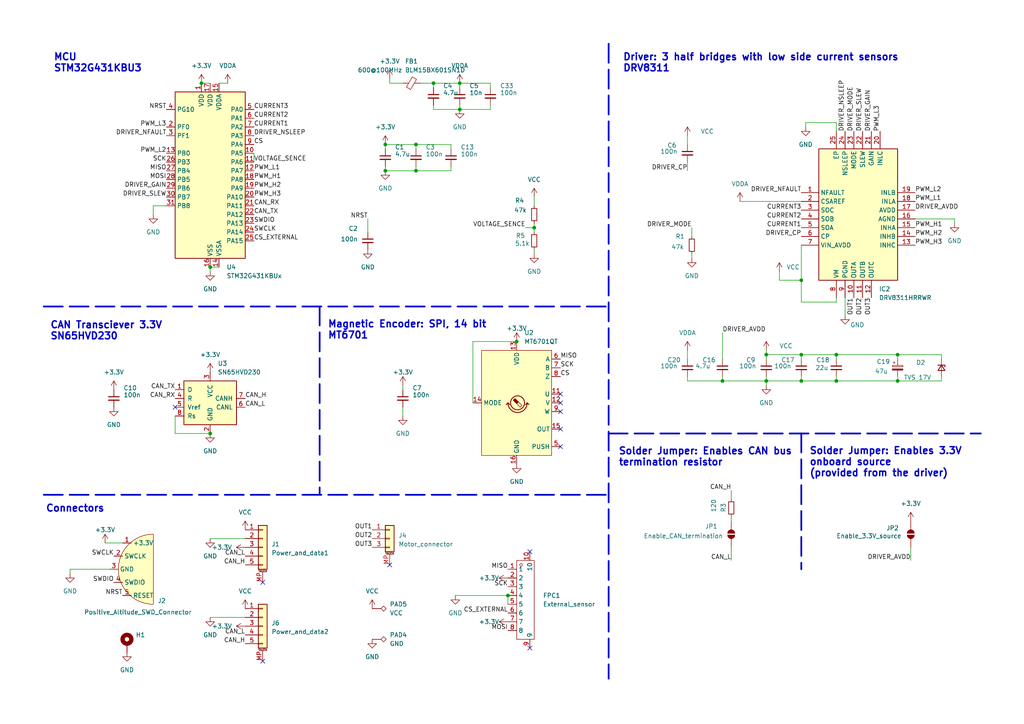
<source format=kicad_sch>
(kicad_sch (version 20231120) (generator "eeschema") (generator_version "8.0")
  (paper "A4")
  (lib_symbols
    (symbol "Connector:TestPoint_Alt" (pin_numbers hide) (pin_names (offset 0.762) hide)
      (property "Reference" "TP" (at 0 6.858 0))
      (property "Value" "TestPoint_Alt" (at 0 5.08 0))
      (symbol "TestPoint_Alt_1_1"
        (pin passive line (at 0 0 90) (length 2.54) (name "1") (number "1"))
      )
    )
    (symbol "Connector_Generic_MountingPin:Conn_01x03_MountingPin" (pin_names (offset 1.016) hide)
      (property "Reference" "J" (at 0 5.08 0))
      (property "Value" "Conn_01x03_MountingPin" (at 1.27 -5.08 0))
      (symbol "Conn_01x03_MountingPin_1_1"
        (text "Mounting" (at 0 -4.191 0) (effects (font (size 0.381 0.381))))
        (pin passive line (at -5.08 2.54 0) (length 3.81) (name "Pin_1") (number "1"))
        (pin passive line (at -5.08 0 0) (length 3.81) (name "Pin_2") (number "2"))
        (pin passive line (at -5.08 -2.54 0) (length 3.81) (name "Pin_3") (number "3"))
        (pin passive line (at 0 -7.62 90) (length 3.048) (name "MountPin") (number "MP"))
      )
    )
    (symbol "Connector_Generic_MountingPin:Conn_01x05_MountingPin" (pin_names (offset 1.016) hide)
      (property "Reference" "J" (at 0 7.62 0))
      (property "Value" "Conn_01x05_MountingPin" (at 1.27 -7.62 0))
      (symbol "Conn_01x05_MountingPin_1_1"
        (text "Mounting" (at 0 -6.731 0) (effects (font (size 0.381 0.381))))
        (pin passive line (at -5.08 5.08 0) (length 3.81) (name "Pin_1") (number "1"))
        (pin passive line (at -5.08 2.54 0) (length 3.81) (name "Pin_2") (number "2"))
        (pin passive line (at -5.08 0 0) (length 3.81) (name "Pin_3") (number "3"))
        (pin passive line (at -5.08 -2.54 0) (length 3.81) (name "Pin_4") (number "4"))
        (pin passive line (at -5.08 -5.08 0) (length 3.81) (name "Pin_5") (number "5"))
        (pin passive line (at 0 -10.16 90) (length 3.048) (name "MountPin") (number "MP"))
      )
    )
    (symbol "DRV8311HRRWR:DRV8311HRRWR"
      (property "Reference" "IC" (at 29.21 17.78 0))
      (property "Value" "DRV8311HRRWR" (at 29.21 15.24 0))
      (symbol "DRV8311HRRWR_1_1"
        (pin passive line (at 0 0 0) (length 5.08) (name "NFAULT") (number "1"))
        (pin passive line (at 15.24 -30.48 90) (length 5.08) (name "OUTA") (number "10"))
        (pin passive line (at 17.78 -30.48 90) (length 5.08) (name "OUTB") (number "11"))
        (pin passive line (at 20.32 -30.48 90) (length 5.08) (name "OUTC") (number "12"))
        (pin passive line (at 33.02 -15.24 180) (length 5.08) (name "INHC") (number "13"))
        (pin passive line (at 33.02 -12.7 180) (length 5.08) (name "INHB") (number "14"))
        (pin passive line (at 33.02 -10.16 180) (length 5.08) (name "INHA") (number "15"))
        (pin passive line (at 33.02 -7.62 180) (length 5.08) (name "AGND") (number "16"))
        (pin passive line (at 33.02 -5.08 180) (length 5.08) (name "AVDD") (number "17"))
        (pin passive line (at 33.02 -2.54 180) (length 5.08) (name "INLA") (number "18"))
        (pin passive line (at 33.02 0 180) (length 5.08) (name "INLB") (number "19"))
        (pin passive line (at 0 -2.54 0) (length 5.08) (name "CSAREF") (number "2"))
        (pin passive line (at 22.86 17.78 270) (length 5.08) (name "INLC") (number "20"))
        (pin passive line (at 20.32 17.78 270) (length 5.08) (name "GAIN") (number "21"))
        (pin passive line (at 17.78 17.78 270) (length 5.08) (name "SLEW") (number "22"))
        (pin passive line (at 15.24 17.78 270) (length 5.08) (name "MODE") (number "23"))
        (pin passive line (at 12.7 17.78 270) (length 5.08) (name "NSLEEP") (number "24"))
        (pin passive line (at 10.16 17.78 270) (length 5.08) (name "EP") (number "25"))
        (pin passive line (at 0 -5.08 0) (length 5.08) (name "SOC") (number "3"))
        (pin passive line (at 0 -7.62 0) (length 5.08) (name "SOB") (number "4"))
        (pin passive line (at 0 -10.16 0) (length 5.08) (name "SOA") (number "5"))
        (pin passive line (at 0 -12.7 0) (length 5.08) (name "CP") (number "6"))
        (pin passive line (at 0 -15.24 0) (length 5.08) (name "VIN_AVDD") (number "7"))
        (pin passive line (at 10.16 -30.48 90) (length 5.08) (name "VM") (number "8"))
        (pin passive line (at 12.7 -30.48 90) (length 5.08) (name "PGND") (number "9"))
      )
    )
    (symbol "Device:C_Polarized_Small" (pin_numbers hide) (pin_names (offset 0.254) hide)
      (property "Reference" "C" (at 0.254 1.778 0))
      (property "Value" "C_Polarized_Small" (at 0.254 -2.032 0))
      (symbol "C_Polarized_Small_1_1"
        (pin passive line (at 0 2.54 270) (length 1.8542) (name "~") (number "1"))
        (pin passive line (at 0 -2.54 90) (length 1.8542) (name "~") (number "2"))
      )
    )
    (symbol "Device:C_Small" (pin_numbers hide) (pin_names (offset 0.254) hide)
      (property "Reference" "C" (at 0.254 1.778 0))
      (property "Value" "C_Small" (at 0.254 -2.032 0))
      (symbol "C_Small_1_1"
        (pin passive line (at 0 2.54 270) (length 2.032) (name "~") (number "1"))
        (pin passive line (at 0 -2.54 90) (length 2.032) (name "~") (number "2"))
      )
    )
    (symbol "Device:D_Zener_Small" (pin_numbers hide) (pin_names (offset 0.254) hide)
      (property "Reference" "D" (at 0 2.286 0))
      (property "Value" "D_Zener_Small" (at 0 -2.286 0))
      (symbol "D_Zener_Small_1_1"
        (pin passive line (at -2.54 0 0) (length 1.778) (name "K") (number "1"))
        (pin passive line (at 2.54 0 180) (length 1.778) (name "A") (number "2"))
      )
    )
    (symbol "Device:FerriteBead_Small" (pin_numbers hide) (pin_names (offset 0))
      (property "Reference" "FB" (at 1.905 1.27 0))
      (property "Value" "FerriteBead_Small" (at 1.905 -1.27 0))
      (symbol "FerriteBead_Small_1_1"
        (pin passive line (at 0 2.54 270) (length 1.27) (name "~") (number "1"))
        (pin passive line (at 0 -2.54 90) (length 1.27) (name "~") (number "2"))
      )
    )
    (symbol "Device:R_Small" (pin_numbers hide) (pin_names (offset 0.254) hide)
      (property "Reference" "R" (at 0.762 0.508 0))
      (property "Value" "R_Small" (at 0.762 -1.016 0))
      (symbol "R_Small_1_1"
        (pin passive line (at 0 2.54 270) (length 0.762) (name "~") (number "1"))
        (pin passive line (at 0 -2.54 90) (length 0.762) (name "~") (number "2"))
      )
    )
    (symbol "HCTL HC-FPC-05-09-8RLTAG:HC-FPC-05-09-8RLTAG"
      (property "Reference" "FPC" (at 0 0 0))
      (symbol "HC-FPC-05-09-8RLTAG_1_0"
        (pin unspecified line (at -5.08 8.89 0) (length 2.54) (name "1") (number "1"))
        (pin unspecified line (at 1.27 13.97 270) (length 2.54) (name "10") (number "10"))
        (pin unspecified line (at -5.08 6.35 0) (length 2.54) (name "2") (number "2"))
        (pin unspecified line (at -5.08 3.81 0) (length 2.54) (name "3") (number "3"))
        (pin unspecified line (at -5.08 1.27 0) (length 2.54) (name "4") (number "4"))
        (pin unspecified line (at -5.08 -1.27 0) (length 2.54) (name "5") (number "5"))
        (pin unspecified line (at -5.08 -3.81 0) (length 2.54) (name "6") (number "6"))
        (pin unspecified line (at -5.08 -6.35 0) (length 2.54) (name "7") (number "7"))
        (pin unspecified line (at -5.08 -8.89 0) (length 2.54) (name "8") (number "8"))
        (pin unspecified line (at 1.27 -13.97 90) (length 2.54) (name "9") (number "9"))
      )
    )
    (symbol "Interface_CAN_LIN:SN65HVD230" (pin_names (offset 1.016))
      (property "Reference" "U" (at -2.54 10.16 0))
      (property "Value" "SN65HVD230" (at -2.54 7.62 0))
      (symbol "SN65HVD230_1_1"
        (pin input line (at -10.16 2.54 0) (length 2.54) (name "D") (number "1"))
        (pin power_in line (at 0 -10.16 90) (length 2.54) (name "GND") (number "2"))
        (pin power_in line (at 0 7.62 270) (length 2.54) (name "VCC") (number "3"))
        (pin output line (at -10.16 0 0) (length 2.54) (name "R") (number "4"))
        (pin output line (at -10.16 -2.54 0) (length 2.54) (name "Vref") (number "5"))
        (pin bidirectional line (at 10.16 -2.54 180) (length 2.54) (name "CANL") (number "6"))
        (pin bidirectional line (at 10.16 0 180) (length 2.54) (name "CANH") (number "7"))
        (pin input line (at -10.16 -5.08 0) (length 2.54) (name "Rs") (number "8"))
      )
    )
    (symbol "Jumper:SolderJumper_2_Open" (pin_numbers hide) (pin_names (offset 0) hide) (exclude_from_sim yes) (in_bom no)
      (property "Reference" "JP" (at 0 2.032 0))
      (property "Value" "SolderJumper_2_Open" (at 0 -2.54 0))
      (symbol "SolderJumper_2_Open_1_1"
        (pin passive line (at -3.81 0 0) (length 2.54) (name "A") (number "1"))
        (pin passive line (at 3.81 0 180) (length 2.54) (name "B") (number "2"))
      )
    )
    (symbol "MCU_ST_STM32G4:STM32G431KBUx"
      (property "Reference" "U" (at -10.16 26.67 0))
      (property "Value" "STM32G431KBUx" (at 5.08 26.67 0))
      (symbol "STM32G431KBUx_1_1"
        (pin power_in line (at -2.54 27.94 270) (length 2.54) (name "VDD") (number "1"))
        (pin bidirectional line (at 12.7 7.62 180) (length 2.54) (name "PA5") (number "10"))
        (pin bidirectional line (at 12.7 5.08 180) (length 2.54) (name "PA6") (number "11"))
        (pin bidirectional line (at 12.7 2.54 180) (length 2.54) (name "PA7") (number "12"))
        (pin bidirectional line (at -12.7 7.62 0) (length 2.54) (name "PB0") (number "13"))
        (pin power_in line (at 2.54 -25.4 90) (length 2.54) (name "VSSA") (number "14"))
        (pin power_in line (at 2.54 27.94 270) (length 2.54) (name "VDDA") (number "15"))
        (pin power_in line (at 0 -25.4 90) (length 2.54) (name "VSS") (number "16"))
        (pin power_in line (at 0 27.94 270) (length 2.54) (name "VDD") (number "17"))
        (pin bidirectional line (at 12.7 0 180) (length 2.54) (name "PA8") (number "18"))
        (pin bidirectional line (at 12.7 -2.54 180) (length 2.54) (name "PA9") (number "19"))
        (pin bidirectional line (at -12.7 15.24 0) (length 2.54) (name "PF0") (number "2"))
        (pin bidirectional line (at 12.7 -5.08 180) (length 2.54) (name "PA10") (number "20"))
        (pin bidirectional line (at 12.7 -7.62 180) (length 2.54) (name "PA11") (number "21"))
        (pin bidirectional line (at 12.7 -10.16 180) (length 2.54) (name "PA12") (number "22"))
        (pin bidirectional line (at 12.7 -12.7 180) (length 2.54) (name "PA13") (number "23"))
        (pin bidirectional line (at 12.7 -15.24 180) (length 2.54) (name "PA14") (number "24"))
        (pin bidirectional line (at 12.7 -17.78 180) (length 2.54) (name "PA15") (number "25"))
        (pin bidirectional line (at -12.7 5.08 0) (length 2.54) (name "PB3") (number "26"))
        (pin bidirectional line (at -12.7 2.54 0) (length 2.54) (name "PB4") (number "27"))
        (pin bidirectional line (at -12.7 0 0) (length 2.54) (name "PB5") (number "28"))
        (pin bidirectional line (at -12.7 -2.54 0) (length 2.54) (name "PB6") (number "29"))
        (pin bidirectional line (at -12.7 12.7 0) (length 2.54) (name "PF1") (number "3"))
        (pin bidirectional line (at -12.7 -5.08 0) (length 2.54) (name "PB7") (number "30"))
        (pin bidirectional line (at -12.7 -7.62 0) (length 2.54) (name "PB8") (number "31"))
        (pin passive line (at 0 -25.4 90) (length 2.54) hide (name "VSS") (number "32"))
        (pin passive line (at 0 -25.4 90) (length 2.54) hide (name "VSS") (number "33"))
        (pin bidirectional line (at -12.7 20.32 0) (length 2.54) (name "PG10") (number "4"))
        (pin bidirectional line (at 12.7 20.32 180) (length 2.54) (name "PA0") (number "5"))
        (pin bidirectional line (at 12.7 17.78 180) (length 2.54) (name "PA1") (number "6"))
        (pin bidirectional line (at 12.7 15.24 180) (length 2.54) (name "PA2") (number "7"))
        (pin bidirectional line (at 12.7 12.7 180) (length 2.54) (name "PA3") (number "8"))
        (pin bidirectional line (at 12.7 10.16 180) (length 2.54) (name "PA4") (number "9"))
      )
    )
    (symbol "Mechanical:MountingHole_Pad" (pin_numbers hide) (pin_names (offset 1.016) hide) (exclude_from_sim yes) (in_bom no)
      (property "Reference" "H" (at 0 6.35 0))
      (property "Value" "MountingHole_Pad" (at 0 4.445 0))
      (symbol "MountingHole_Pad_1_1"
        (pin input line (at 0 -2.54 90) (length 2.54) (name "1") (number "1"))
      )
    )
    (symbol "Sensor_Magnetic:MT6701QT"
      (property "Reference" "U" (at -9.6632 16.4397 0))
      (property "Value" "MT6701QT" (at 5.5155 16.4397 0))
      (symbol "MT6701QT_1_1"
        (pin no_connect line (at -10.16 12.7 0) (length 2.54) hide (name "NC") (number "1"))
        (pin no_connect line (at -10.16 2.54 0) (length 2.54) hide (name "NC") (number "10"))
        (pin output line (at 12.7 2.54 180) (length 2.54) (name "U") (number "11"))
        (pin output line (at 12.7 0 180) (length 2.54) (name "V") (number "12"))
        (pin power_in line (at 0 17.78 270) (length 2.54) (name "VDD") (number "13"))
        (pin input line (at -12.7 0 0) (length 2.54) (name "MODE") (number "14"))
        (pin output line (at 12.7 -7.62 180) (length 2.54) (name "OUT") (number "15"))
        (pin power_in line (at 0 -17.78 90) (length 2.54) (name "GND") (number "16"))
        (pin passive line (at 0 -17.78 90) (length 2.54) hide (name "GND") (number "17"))
        (pin no_connect line (at -10.16 10.16 0) (length 2.54) hide (name "NC") (number "2"))
        (pin no_connect line (at -10.16 7.62 0) (length 2.54) hide (name "NC") (number "3"))
        (pin no_connect line (at -10.16 5.08 0) (length 2.54) hide (name "NC") (number "4"))
        (pin output line (at 12.7 -12.7 180) (length 2.54) (name "PUSH") (number "5"))
        (pin output line (at 12.7 12.7 180) (length 2.54) (name "A") (number "6"))
        (pin output line (at 12.7 10.16 180) (length 2.54) (name "B") (number "7"))
        (pin output line (at 12.7 7.62 180) (length 2.54) (name "Z") (number "8"))
        (pin output line (at 12.7 -2.54 180) (length 2.54) (name "W") (number "9"))
      )
    )
    (symbol "positive_altitude:Positive_Altitude_SWD_Connector"
      (property "Reference" "J" (at -2.794 11.684 0))
      (property "Value" "Positive_Altitude_SWD_Connector" (at -4.191 -11.557 0))
      (symbol "Positive_Altitude_SWD_Connector_1_1"
        (pin power_out line (at -8.89 7.62 0) (length 2.54) (name "+3.3V") (number "1"))
        (pin output line (at -11.43 3.81 0) (length 2.54) (name "SWCLK") (number "2"))
        (pin power_in line (at -12.7 0 0) (length 2.54) (name "GND") (number "3"))
        (pin bidirectional line (at -11.43 -3.81 0) (length 2.54) (name "SWDIO") (number "4"))
        (pin output line (at -8.89 -7.62 0) (length 2.54) (name "RESET") (number "5"))
      )
    )
    (symbol "power:+3.3V" (power) (pin_names (offset 0))
      (property "Value" "+3.3V" (at 0 3.556 0))
      (symbol "+3.3V_1_1"
        (pin power_in line (at 0 0 90) (length 0) hide (name "+3.3V") (number "1"))
      )
    )
    (symbol "power:GND" (power) (pin_names (offset 0))
      (property "Value" "GND" (at 0 -3.81 0))
      (symbol "GND_1_1"
        (pin power_in line (at 0 0 270) (length 0) hide (name "GND") (number "1"))
      )
    )
    (symbol "power:VCC" (power) (pin_names (offset 0))
      (property "Value" "VCC" (at 0 3.81 0))
      (symbol "VCC_1_1"
        (pin power_in line (at 0 0 90) (length 0) hide (name "VCC") (number "1"))
      )
    )
    (symbol "power:VDDA" (power) (pin_names (offset 0))
      (property "Value" "VDDA" (at 0 3.81 0))
      (symbol "VDDA_1_1"
        (pin power_in line (at 0 0 90) (length 0) hide (name "VDDA") (number "1"))
      )
    )
  )
  (junction (at 111.76 41.91))
  (junction (at 133.35 24.13))
  (junction (at 222.25 110.49))
  (junction (at 58.42 24.13))
  (junction (at 232.41 110.49))
  (junction (at 60.96 77.47))
  (junction (at 111.76 49.53))
  (junction (at 260.35 102.87))
  (junction (at 222.25 102.87))
  (junction (at 260.35 110.49))
  (junction (at 147.32 172.72))
  (junction (at 133.35 31.75))
  (junction (at 242.57 110.49))
  (junction (at 232.41 81.28))
  (junction (at 242.57 102.87))
  (junction (at 120.65 49.53))
  (junction (at 209.55 110.49))
  (junction (at 232.41 102.87))
  (junction (at 149.86 99.06))
  (junction (at 60.96 125.73))
  (junction (at 120.65 41.91))
  (junction (at 125.73 24.13))
  (junction (at 154.94 66.04))
  (no_connect (at 162.56 114.3))
  (no_connect (at 113.03 163.83))
  (no_connect (at 76.2 168.91))
  (no_connect (at 162.56 129.54))
  (no_connect (at 162.56 116.84))
  (no_connect (at 153.67 187.96))
  (no_connect (at 162.56 124.46))
  (no_connect (at 50.8 118.11))
  (no_connect (at 162.56 119.38))
  (no_connect (at 76.2 191.77))
  (no_connect (at 153.67 160.02))
  (wire (pts (xy 154.94 66.04) (xy 154.94 67.31)))
  (wire (pts (xy 260.35 110.49) (xy 273.05 110.49)))
  (wire (pts (xy 212.09 149.86) (xy 212.09 151.13)))
  (wire (pts (xy 232.41 81.28) (xy 232.41 87.63)))
  (wire (pts (xy 125.73 24.13) (xy 125.73 25.4)))
  (wire (pts (xy 232.41 109.22) (xy 232.41 110.49)))
  (wire (pts (xy 133.35 31.75) (xy 142.24 31.75)))
  (wire (pts (xy 130.81 41.91) (xy 130.81 43.18)))
  (wire (pts (xy 226.06 81.28) (xy 232.41 81.28)))
  (wire (pts (xy 260.35 102.87) (xy 273.05 102.87)))
  (wire (pts (xy 222.25 110.49) (xy 222.25 111.76)))
  (wire (pts (xy 73.66 44.45) (xy 73.66 46.99)))
  (wire (pts (xy 142.24 31.75) (xy 142.24 30.48)))
  (wire (pts (xy 242.57 35.56) (xy 242.57 38.1)))
  (wire (pts (xy 232.41 71.12) (xy 232.41 81.28)))
  (wire (pts (xy 113.03 24.13) (xy 116.84 24.13)))
  (wire (pts (xy 242.57 109.22) (xy 242.57 110.49)))
  (wire (pts (xy 133.35 24.13) (xy 133.35 25.4)))
  (wire (pts (xy 60.96 77.47) (xy 60.96 78.74)))
  (wire (pts (xy 133.35 30.48) (xy 133.35 31.75)))
  (wire (pts (xy 125.73 30.48) (xy 125.73 31.75)))
  (wire (pts (xy 242.57 110.49) (xy 260.35 110.49)))
  (wire (pts (xy 242.57 102.87) (xy 260.35 102.87)))
  (wire (pts (xy 273.05 109.22) (xy 273.05 110.49)))
  (wire (pts (xy 149.86 99.06) (xy 137.16 99.06)))
  (wire (pts (xy 260.35 102.87) (xy 260.35 104.14)))
  (wire (pts (xy 60.96 156.21) (xy 71.12 156.21)))
  (wire (pts (xy 120.65 41.91) (xy 120.65 43.18)))
  (wire (pts (xy 133.35 24.13) (xy 125.73 24.13)))
  (wire (pts (xy 232.41 102.87) (xy 242.57 102.87)))
  (wire (pts (xy 209.55 110.49) (xy 222.25 110.49)))
  (wire (pts (xy 200.66 73.66) (xy 200.66 74.93)))
  (wire (pts (xy 111.76 49.53) (xy 120.65 49.53)))
  (wire (pts (xy 199.39 46.99) (xy 199.39 49.53)))
  (wire (pts (xy 132.08 172.72) (xy 147.32 172.72)))
  (wire (pts (xy 199.39 109.22) (xy 199.39 110.49)))
  (wire (pts (xy 137.16 99.06) (xy 137.16 116.84)))
  (polyline (pts (xy 176.53 125.73) (xy 284.48 125.73)) (stroke (width 0.5) (type dash)))
  (wire (pts (xy 111.76 41.91) (xy 120.65 41.91)))
  (wire (pts (xy 265.43 63.5) (xy 276.86 63.5)))
  (wire (pts (xy 20.32 165.1) (xy 31.75 165.1)))
  (wire (pts (xy 142.24 24.13) (xy 142.24 25.4)))
  (wire (pts (xy 212.09 158.75) (xy 212.09 162.56)))
  (wire (pts (xy 154.94 64.77) (xy 154.94 66.04)))
  (polyline (pts (xy 176.53 12.7) (xy 176.53 196.85)) (stroke (width 0.5) (type dash)))
  (wire (pts (xy 232.41 110.49) (xy 242.57 110.49)))
  (wire (pts (xy 264.16 158.75) (xy 264.16 162.56)))
  (wire (pts (xy 233.68 35.56) (xy 242.57 35.56)))
  (wire (pts (xy 260.35 109.22) (xy 260.35 110.49)))
  (wire (pts (xy 111.76 48.26) (xy 111.76 49.53)))
  (wire (pts (xy 199.39 39.37) (xy 199.39 41.91)))
  (wire (pts (xy 44.45 59.69) (xy 44.45 62.23)))
  (wire (pts (xy 222.25 109.22) (xy 222.25 110.49)))
  (wire (pts (xy 152.4 66.04) (xy 154.94 66.04)))
  (wire (pts (xy 199.39 110.49) (xy 209.55 110.49)))
  (polyline (pts (xy 12.7 143.51) (xy 176.53 143.51)) (stroke (width 0.5) (type dash)))
  (wire (pts (xy 232.41 102.87) (xy 232.41 104.14)))
  (wire (pts (xy 20.32 165.1) (xy 20.32 166.37)))
  (wire (pts (xy 120.65 41.91) (xy 130.81 41.91)))
  (wire (pts (xy 60.96 125.73) (xy 50.8 125.73)))
  (wire (pts (xy 242.57 102.87) (xy 242.57 104.14)))
  (polyline (pts (xy 92.71 88.9) (xy 92.71 143.51)) (stroke (width 0.5) (type dash)))
  (wire (pts (xy 111.76 41.91) (xy 111.76 43.18)))
  (wire (pts (xy 200.66 66.04) (xy 200.66 68.58)))
  (polyline (pts (xy 12.7 88.9) (xy 176.53 88.9)) (stroke (width 0.5) (type dash)))
  (wire (pts (xy 222.25 101.6) (xy 222.25 102.87)))
  (wire (pts (xy 58.42 24.13) (xy 60.96 24.13)))
  (wire (pts (xy 133.35 31.75) (xy 125.73 31.75)))
  (wire (pts (xy 273.05 102.87) (xy 273.05 104.14)))
  (wire (pts (xy 209.55 109.22) (xy 209.55 110.49)))
  (wire (pts (xy 133.35 24.13) (xy 142.24 24.13)))
  (wire (pts (xy 116.84 111.76) (xy 116.84 113.03)))
  (polyline (pts (xy 232.41 125.73) (xy 232.41 165.1)) (stroke (width 0.5) (type dash)))
  (wire (pts (xy 212.09 142.24) (xy 212.09 144.78)))
  (wire (pts (xy 147.32 172.72) (xy 147.32 175.26)))
  (wire (pts (xy 214.63 58.42) (xy 232.41 58.42)))
  (wire (pts (xy 209.55 96.52) (xy 209.55 104.14)))
  (wire (pts (xy 116.84 118.11) (xy 116.84 120.65)))
  (wire (pts (xy 60.96 179.07) (xy 71.12 179.07)))
  (wire (pts (xy 130.81 48.26) (xy 130.81 49.53)))
  (wire (pts (xy 226.06 78.74) (xy 226.06 81.28)))
  (wire (pts (xy 222.25 110.49) (xy 232.41 110.49)))
  (wire (pts (xy 154.94 57.15) (xy 154.94 59.69)))
  (wire (pts (xy 242.57 87.63) (xy 232.41 87.63)))
  (wire (pts (xy 233.68 36.83) (xy 233.68 35.56)))
  (wire (pts (xy 30.48 157.48) (xy 35.56 157.48)))
  (wire (pts (xy 120.65 48.26) (xy 120.65 49.53)))
  (wire (pts (xy 276.86 63.5) (xy 276.86 64.77)))
  (wire (pts (xy 245.11 86.36) (xy 245.11 91.44)))
  (wire (pts (xy 121.92 24.13) (xy 125.73 24.13)))
  (wire (pts (xy 120.65 49.53) (xy 130.81 49.53)))
  (wire (pts (xy 48.26 59.69) (xy 44.45 59.69)))
  (wire (pts (xy 222.25 102.87) (xy 232.41 102.87)))
  (wire (pts (xy 222.25 102.87) (xy 222.25 104.14)))
  (wire (pts (xy 60.96 77.47) (xy 63.5 77.47)))
  (wire (pts (xy 242.57 86.36) (xy 242.57 87.63)))
  (wire (pts (xy 50.8 125.73) (xy 50.8 120.65)))
  (wire (pts (xy 113.03 22.86) (xy 113.03 24.13)))
  (wire (pts (xy 199.39 101.6) (xy 199.39 104.14)))
  (wire (pts (xy 63.5 24.13) (xy 66.04 24.13)))
  (wire (pts (xy 154.94 72.39) (xy 154.94 73.66)))
  (wire (pts (xy 106.68 63.5) (xy 106.68 67.31)))
  (text "MCU\nSTM32G431KBU3" (at 15.494 18.288 0) (effects (font (size 2 2) (thickness 0.4) (bold yes)) (justify left)))
  (text "Solder Jumper: Enables 3.3V\nonboard source \n(provided from the driver)" (at 234.696 134.112 0) (effects (font (size 2 2) (thickness 0.4) (bold yes)) (justify left)))
  (text "Driver: 3 half bridges with low side current sensors\nDRV8311" (at 180.594 18.288 0) (effects (font (size 2 2) (thickness 0.4) (bold yes)) (justify left)))
  (text "Magnetic Encoder: SPI, 14 bit\nMT6701" (at 94.996 95.758 0) (effects (font (size 2 2) (thickness 0.4) (bold yes)) (justify left)))
  (text "CAN Transciever 3.3V\nSN65HVD230" (at 14.478 96.012 0) (effects (font (size 2 2) (thickness 0.4) (bold yes)) (justify left)))
  (text "Solder Jumper: Enables CAN bus \ntermination resistor" (at 179.324 132.588 0) (effects (font (size 2 2) (thickness 0.4) (bold yes)) (justify left)))
  (text "Connectors" (at 13.208 147.574 0) (effects (font (size 2 2) (thickness 0.4) (bold yes)) (justify left)))
  (label "OUT1" (at 247.65 86.36 270))
  (label "MISO" (at 162.56 104.14 0))
  (label "OUT2" (at 250.19 86.36 270))
  (label "MISO" (at 48.26 49.53 180))
  (label "SCK" (at 162.56 106.68 0))
  (label "DRIVER_NSLEEP" (at 245.11 38.1 90))
  (label "CAN_L" (at 71.12 161.29 180))
  (label "DRIVER_GAIN" (at 252.73 38.1 90))
  (label "DRIVER_SLEW" (at 250.19 38.1 90))
  (label "VOLTAGE_SENCE" (at 152.4 66.04 180))
  (label "CURRENT1" (at 73.66 36.83 0))
  (label "NRST" (at 35.56 172.72 180))
  (label "SCK" (at 48.26 46.99 180))
  (label "CURRENT3" (at 73.66 31.75 0))
  (label "DRIVER_NFAULT" (at 232.41 55.88 180))
  (label "CAN_L" (at 212.09 162.56 180))
  (label "DRIVER_MODE" (at 200.66 66.04 180))
  (label "CAN_H" (at 71.12 186.69 180))
  (label "PWM_L3" (at 48.26 36.83 180))
  (label "SWCLK" (at 73.66 67.31 0))
  (label "OUT3" (at 107.95 158.75 180))
  (label "PWM_L3" (at 255.27 38.1 90))
  (label "CS" (at 162.56 109.22 0))
  (label "DRIVER_MODE" (at 247.65 38.1 90))
  (label "CAN_L" (at 71.12 184.15 180))
  (label "CAN_TX" (at 50.8 113.03 180))
  (label "PWM_L2" (at 265.43 55.88 0))
  (label "CAN_RX" (at 50.8 115.57 180))
  (label "CURRENT3" (at 232.41 60.96 180))
  (label "PWM_H2" (at 265.43 68.58 0))
  (label "MOSI" (at 48.26 52.07 180))
  (label "MOSI" (at 147.32 182.88 180))
  (label "CURRENT1" (at 232.41 66.04 180))
  (label "CURRENT2" (at 73.66 34.29 0))
  (label "NRST" (at 106.68 63.5 180))
  (label "SCK" (at 147.32 170.18 180))
  (label "PWM_H1" (at 265.43 66.04 0))
  (label "SWCLK" (at 33.02 161.29 180))
  (label "SWDIO" (at 73.66 64.77 0))
  (label "DRIVER_NSLEEP" (at 73.66 39.37 0))
  (label "PWM_H3" (at 265.43 71.12 0))
  (label "PWM_H2" (at 73.66 54.61 0))
  (label "DRIVER_SLEW" (at 48.26 57.15 180))
  (label "CAN_TX" (at 73.66 62.23 0))
  (label "NRST" (at 48.26 31.75 180))
  (label "SWDIO" (at 33.02 168.91 180))
  (label "PWM_H1" (at 73.66 52.07 0))
  (label "DRIVER_CP" (at 232.41 68.58 180))
  (label "DRIVER_CP" (at 199.39 49.53 180))
  (label "DRIVER_AVDD" (at 209.55 96.52 0))
  (label "DRIVER_AVDD" (at 264.16 162.56 180))
  (label "CS_EXTERNAL" (at 73.66 69.85 0))
  (label "PWM_L1" (at 265.43 58.42 0))
  (label "PWM_H3" (at 73.66 57.15 0))
  (label "CAN_L" (at 71.12 118.11 0))
  (label "PWM_L1" (at 73.66 49.53 0))
  (label "CAN_H" (at 212.09 142.24 180))
  (label "CS_EXTERNAL" (at 147.32 177.8 180))
  (label "DRIVER_NFAULT" (at 48.26 39.37 180))
  (label "VOLTAGE_SENCE" (at 73.66 46.99 0))
  (label "OUT1" (at 107.95 153.67 180))
  (label "CURRENT2" (at 232.41 63.5 180))
  (label "CAN_RX" (at 73.66 59.69 0))
  (label "OUT3" (at 252.73 86.36 270))
  (label "CAN_H" (at 71.12 163.83 180))
  (label "DRIVER_GAIN" (at 48.26 54.61 180))
  (label "MISO" (at 147.32 165.1 180))
  (label "DRIVER_AVDD" (at 265.43 60.96 0))
  (label "CS" (at 73.66 41.91 0))
  (label "CAN_H" (at 71.12 115.57 0))
  (label "OUT2" (at 107.95 156.21 180))
  (label "PWM_L2" (at 48.26 44.45 180))
  (symbol (lib_id "Device:C_Small") (at 111.76 45.72 0) (unit 1)
    (property "Reference" "C1" (at 114.554 42.672 0) (effects (justify left)))
    (property "Value" "4.7u" (at 114.554 44.704 0) (effects (justify left)))
    (property "Footprint" "Capacitor_SMD:C_0603_1608Metric_Pad1.08x0.95mm_HandSolder" (effects (hide yes)))
    (property "Description" "Unpolarized capacitor, small symbol" (effects (hide yes)))
    (property "LCSC" "C162274" (effects (hide yes)))
  )
  (symbol (lib_id "power:VCC") (at 199.39 39.37 0) (unit 1)
    (property "Reference" "#PWR18" (effects (hide yes)))
    (property "Value" "VCC" (at 203.2 38.0999 0) (effects (justify left)))
    (property "Description" "Power symbol creates a global label with name \"VCC\"" (effects (hide yes)))
  )
  (symbol (lib_id "power:GND") (at 276.86 64.77 0) (unit 1)
    (property "Reference" "#PWR033" (effects (hide yes)))
    (property "Value" "GND" (at 276.86 69.85 0))
    (property "Description" "Power symbol creates a global label with name \"GND\" , ground" (effects (hide yes)))
  )
  (symbol (lib_id "power:GND") (at 36.83 189.23 0) (unit 1)
    (property "Reference" "#PWR16" (effects (hide yes)))
    (property "Value" "GND" (at 36.83 194.31 0))
    (property "Description" "Power symbol creates a global label with name \"GND\" , ground" (effects (hide yes)))
  )
  (symbol (lib_id "power:GND") (at 133.35 31.75 0) (unit 1)
    (property "Reference" "#PWR07" (effects (hide yes)))
    (property "Value" "GND" (at 133.35 36.83 0))
    (property "Description" "Power symbol creates a global label with name \"GND\" , ground" (effects (hide yes)))
  )
  (symbol (lib_id "Device:C_Small") (at 142.24 27.94 0) (unit 1)
    (property "Reference" "C33" (at 145.034 24.892 0) (effects (justify left)))
    (property "Value" "100n" (at 145.034 26.924 0) (effects (justify left)))
    (property "Footprint" "Capacitor_SMD:C_0402_1005Metric_Pad0.74x0.62mm_HandSolder" (effects (hide yes)))
    (property "Description" "Unpolarized capacitor, small symbol" (effects (hide yes)))
    (property "LCSC" "C77020" (effects (hide yes)))
  )
  (symbol (lib_id "Device:D_Zener_Small") (at 273.05 106.68 270) (unit 1)
    (property "Reference" "D2" (at 265.684 105.156 90) (effects (justify left)))
    (property "Value" "TVS 17V" (at 262.128 109.474 90) (effects (justify left)))
    (property "Footprint" "Diode_SMD:D_SOD-123F" (effects (hide yes)))
    (property "Description" "Zener diode, small symbol" (effects (hide yes)))
    (property "Supplier Part" "C2943770" (effects (hide yes)))
    (property "LCSC" "C353303" (effects (hide yes)))
  )
  (symbol (lib_id "power:+3.3V") (at 71.12 158.75 90) (unit 1)
    (property "Reference" "#PWR051" (effects (hide yes)))
    (property "Value" "+3.3V" (at 67.31 158.7499 90) (effects (justify left)))
    (property "Description" "Power symbol creates a global label with name \"+3.3V\"" (effects (hide yes)))
  )
  (symbol (lib_id "Device:C_Small") (at 199.39 44.45 0) (unit 1)
    (property "Reference" "C6" (at 193.548 42.164 0) (effects (justify left)))
    (property "Value" "100n" (at 191.516 43.942 0) (effects (justify left)))
    (property "Footprint" "Capacitor_SMD:C_0402_1005Metric_Pad0.74x0.62mm_HandSolder" (effects (hide yes)))
    (property "Description" "Unpolarized capacitor, small symbol" (effects (hide yes)))
    (property "LCSC" "C77020" (effects (hide yes)))
  )
  (symbol (lib_id "Connector_Generic_MountingPin:Conn_01x03_MountingPin") (at 113.03 156.21 0) (unit 1)
    (property "Reference" "J4" (at 115.57 155.2955 0) (effects (justify left)))
    (property "Value" "Motor_connector" (at 115.57 157.8355 0) (effects (justify left)))
    (property "Footprint" "Connector_JST:JST_PH_S3B-PH-SM4-TB_1x03-1MP_P2.00mm_Horizontal" (effects (hide yes)))
    (property "Description" "Generic connectable mounting pin connector, single row, 01x03, script generated (kicad-library-utils/schlib/autogen/connector/)" (effects (hide yes)))
    (property "LCSC" "C265101" (effects (hide yes)))
  )
  (symbol (lib_id "Interface_CAN_LIN:SN65HVD230") (at 60.96 115.57 0) (unit 1)
    (property "Reference" "U3" (at 63.1541 105.41 0) (effects (justify left)))
    (property "Value" "SN65HVD230" (at 63.1541 107.95 0) (effects (justify left)))
    (property "Footprint" "Package_SO:SOIC-8_3.9x4.9mm_P1.27mm" (effects (hide yes)))
    (property "Datasheet" "http://www.ti.com/lit/ds/symlink/sn65hvd230.pdf" (effects (hide yes)))
    (property "Description" "CAN Bus Transceivers, 3.3V, 1Mbps, Low-Power capabilities, SOIC-8" (effects (hide yes)))
    (property "LCSC" "C12084" (effects (hide yes)))
  )
  (symbol (lib_id "power:+3.3V") (at 147.32 167.64 90) (unit 1)
    (property "Reference" "#PWR09" (effects (hide yes)))
    (property "Value" "+3.3V" (at 144.78 167.6399 90) (effects (justify left)))
    (property "Description" "Power symbol creates a global label with name \"+3.3V\"" (effects (hide yes)))
  )
  (symbol (lib_id "power:VDDA") (at 66.04 24.13 0) (unit 1)
    (property "Reference" "#PWR41" (effects (hide yes)))
    (property "Value" "VDDA" (at 66.04 19.05 0))
    (property "Description" "Power symbol creates a global label with name \"VDDA\"" (effects (hide yes)))
  )
  (symbol (lib_id "power:VCC") (at 107.95 176.53 0) (unit 1)
    (property "Reference" "#PWR036" (effects (hide yes)))
    (property "Value" "VCC" (at 107.95 171.45 0))
    (property "Description" "Power symbol creates a global label with name \"VCC\"" (effects (hide yes)))
  )
  (symbol (lib_id "Mechanical:MountingHole_Pad") (at 36.83 186.69 0) (unit 1) (exclude_from_sim yes) (in_bom no)
    (property "Reference" "H1" (at 39.37 184.1499 0) (effects (justify left)))
    (property "Value" "MountingHole_Pad" (effects (hide yes)))
    (property "Footprint" "MountingHole:MountingHole_2.2mm_M2_Pad_TopBottom" (effects (hide yes)))
    (property "Description" "Mounting Hole with connection" (effects (hide yes)))
    (property "LCSC" "-" (effects (hide yes)))
  )
  (symbol (lib_id "power:GND") (at 106.68 72.39 0) (unit 1)
    (property "Reference" "#PWR04" (effects (hide yes)))
    (property "Value" "GND" (at 106.68 77.47 0))
    (property "Description" "Power symbol creates a global label with name \"GND\" , ground" (effects (hide yes)))
  )
  (symbol (lib_id "Device:C_Small") (at 222.25 106.68 0) (unit 1)
    (property "Reference" "C9" (at 216.408 104.394 0) (effects (justify left)))
    (property "Value" "100n" (at 214.376 106.172 0) (effects (justify left)))
    (property "Footprint" "Capacitor_SMD:C_0402_1005Metric_Pad0.74x0.62mm_HandSolder" (effects (hide yes)))
    (property "Description" "Unpolarized capacitor, small symbol" (effects (hide yes)))
    (property "LCSC" "C77020" (effects (hide yes)))
  )
  (symbol (lib_id "DRV8311HRRWR:DRV8311HRRWR") (at 232.41 55.88 0) (unit 1)
    (property "Reference" "IC2" (at 254.9241 83.82 0) (effects (justify left)))
    (property "Value" "DRV8311HRRWR" (at 254.9241 86.36 0) (effects (justify left)))
    (property "Footprint" "DRV8311HRRWR:DRV8311PRRWR" (effects (hide yes)))
    (property "Datasheet" "https://www.ti.com/general/docs/suppproductinfo.tsp?distId=26&gotoUrl=https://www.ti.com/lit/gpn/drv8311" (effects (hide yes)))
    (property "Description" "Motor / Motion / Ignition Controllers & Drivers 24V abs max, 3 to 20V, 3-phase brushless-DC motor driver with integrated FETs" (effects (hide yes)))
    (property "Mouser Part Number" "595-DRV8311HRRWR" (effects (hide yes)))
    (property "Mouser Price/Stock" "https://www.mouser.co.uk/ProductDetail/Texas-Instruments/DRV8311HRRWR?qs=MyNHzdoqoQL9B4kuZhUZRA%3D%3D" (effects (hide yes)))
    (property "Manufacturer_Name" "Texas Instruments" (effects (hide yes)))
    (property "Manufacturer_Part_Number" "DRV8311HRRWR" (effects (hide yes)))
    (property "LCSC" "C5218862" (effects (hide yes)))
  )
  (symbol (lib_id "Device:C_Small") (at 33.02 115.57 0) (unit 1)
    (property "Reference" "C10" (at 35.814 112.522 0) (effects (justify left)))
    (property "Value" "100n" (at 35.814 114.554 0) (effects (justify left)))
    (property "Footprint" "Capacitor_SMD:C_0402_1005Metric_Pad0.74x0.62mm_HandSolder" (effects (hide yes)))
    (property "Description" "Unpolarized capacitor, small symbol" (effects (hide yes)))
    (property "LCSC" "C77020" (effects (hide yes)))
  )
  (symbol (lib_id "power:VCC") (at 154.94 57.15 0) (unit 1)
    (property "Reference" "#PWR026" (effects (hide yes)))
    (property "Value" "VCC" (at 154.94 52.07 0))
    (property "Description" "Power symbol creates a global label with name \"VCC\"" (effects (hide yes)))
  )
  (symbol (lib_id "power:+3.3V") (at 111.76 41.91 0) (unit 1)
    (property "Reference" "#PWR02" (effects (hide yes)))
    (property "Value" "+3.3V" (at 111.76 36.83 0))
    (property "Description" "Power symbol creates a global label with name \"+3.3V\"" (effects (hide yes)))
  )
  (symbol (lib_id "power:VDDA") (at 133.35 24.13 0) (unit 1)
    (property "Reference" "#PWR06" (effects (hide yes)))
    (property "Value" "VDDA" (at 133.35 19.05 0))
    (property "Description" "Power symbol creates a global label with name \"VDDA\"" (effects (hide yes)))
  )
  (symbol (lib_id "power:GND") (at 60.96 179.07 0) (unit 1)
    (property "Reference" "#PWR055" (effects (hide yes)))
    (property "Value" "GND" (at 60.96 184.15 0))
    (property "Description" "Power symbol creates a global label with name \"GND\" , ground" (effects (hide yes)))
  )
  (symbol (lib_id "power:GND") (at 111.76 49.53 0) (unit 1)
    (property "Reference" "#PWR03" (effects (hide yes)))
    (property "Value" "GND" (at 111.76 54.61 0))
    (property "Description" "Power symbol creates a global label with name \"GND\" , ground" (effects (hide yes)))
  )
  (symbol (lib_id "Jumper:SolderJumper_2_Open") (at 264.16 154.94 90) (unit 1) (exclude_from_sim yes) (in_bom no)
    (property "Reference" "JP2" (at 257.048 153.162 90) (effects (justify right)))
    (property "Value" "Enable_3.3V_source" (at 242.57 155.448 90) (effects (justify right)))
    (property "Footprint" "Jumper:SolderJumper-2_P1.3mm_Open_RoundedPad1.0x1.5mm" (effects (hide yes)))
    (property "Description" "Solder Jumper, 2-pole, open" (effects (hide yes)))
    (property "LCSC" "-" (effects (hide yes)))
  )
  (symbol (lib_id "power:GND") (at 20.32 166.37 0) (unit 1)
    (property "Reference" "#PWR028" (effects (hide yes)))
    (property "Value" "GND" (at 20.32 171.45 0))
    (property "Description" "Power symbol creates a global label with name \"GND\" , ground" (effects (hide yes)))
  )
  (symbol (lib_id "power:GND") (at 154.94 73.66 0) (unit 1)
    (property "Reference" "#PWR027" (effects (hide yes)))
    (property "Value" "GND" (at 154.94 78.74 0))
    (property "Description" "Power symbol creates a global label with name \"GND\" , ground" (effects (hide yes)))
  )
  (symbol (lib_id "Device:R_Small") (at 212.09 147.32 180) (unit 1)
    (property "Reference" "R3" (at 209.804 148.59 90) (effects (justify right)))
    (property "Value" "120" (at 207.01 148.59 90) (effects (justify right)))
    (property "Footprint" "Resistor_SMD:R_0402_1005Metric_Pad0.72x0.64mm_HandSolder" (effects (hide yes)))
    (property "Description" "Resistor, small symbol" (effects (hide yes)))
    (property "LCSC" "C114758" (effects (hide yes)))
  )
  (symbol (lib_id "Device:C_Small") (at 232.41 106.68 0) (unit 1)
    (property "Reference" "C17" (at 226.568 104.394 0) (effects (justify left)))
    (property "Value" "100n" (at 224.536 106.172 0) (effects (justify left)))
    (property "Footprint" "Capacitor_SMD:C_0402_1005Metric_Pad0.74x0.62mm_HandSolder" (effects (hide yes)))
    (property "Description" "Unpolarized capacitor, small symbol" (effects (hide yes)))
    (property "LCSC" "C77020" (effects (hide yes)))
  )
  (symbol (lib_id "power:GND") (at 60.96 156.21 0) (unit 1)
    (property "Reference" "#PWR048" (effects (hide yes)))
    (property "Value" "GND" (at 60.96 161.29 0))
    (property "Description" "Power symbol creates a global label with name \"GND\" , ground" (effects (hide yes)))
  )
  (symbol (lib_id "positive_altitude:Positive_Altitude_SWD_Connector") (at 44.45 165.1 0) (unit 1)
    (property "Reference" "J2" (at 45.72 174.244 0) (effects (justify left)))
    (property "Value" "Positive_Altitude_SWD_Connector" (at 24.384 177.546 0) (effects (justify left)))
    (property "Footprint" "positive_altitude:Positive_Altitude_SWD_Connector" (effects (hide yes)))
    (property "LCSC" "-" (effects (hide yes)))
  )
  (symbol (lib_id "Device:C_Small") (at 120.65 45.72 0) (unit 1)
    (property "Reference" "C3" (at 123.444 42.672 0) (effects (justify left)))
    (property "Value" "100n" (at 123.444 44.704 0) (effects (justify left)))
    (property "Footprint" "Capacitor_SMD:C_0402_1005Metric_Pad0.74x0.62mm_HandSolder" (effects (hide yes)))
    (property "Description" "Unpolarized capacitor, small symbol" (effects (hide yes)))
    (property "LCSC" "C77020" (effects (hide yes)))
  )
  (symbol (lib_id "power:GND") (at 149.86 134.62 0) (unit 1)
    (property "Reference" "#PWR011" (effects (hide yes)))
    (property "Value" "GND" (at 149.86 139.7 0))
    (property "Description" "Power symbol creates a global label with name \"GND\" , ground" (effects (hide yes)))
  )
  (symbol (lib_id "Device:C_Small") (at 242.57 106.68 0) (unit 1)
    (property "Reference" "C18" (at 236.728 104.394 0) (effects (justify left)))
    (property "Value" "22u" (at 236.474 106.68 0) (effects (justify left)))
    (property "Footprint" "Capacitor_SMD:C_1210_3225Metric_Pad1.33x2.70mm_HandSolder" (effects (hide yes)))
    (property "Description" "Unpolarized capacitor, small symbol" (effects (hide yes)))
    (property "LCSC" "C21397" (effects (hide yes)))
  )
  (symbol (lib_id "power:GND") (at 116.84 120.65 0) (unit 1)
    (property "Reference" "#PWR014" (effects (hide yes)))
    (property "Value" "GND" (at 116.84 125.73 0))
    (property "Description" "Power symbol creates a global label with name \"GND\" , ground" (effects (hide yes)))
  )
  (symbol (lib_id "Sensor_Magnetic:MT6701QT") (at 149.86 116.84 0) (unit 1)
    (property "Reference" "U2" (at 152.0541 96.52 0) (effects (justify left)))
    (property "Value" "MT6701QT" (at 152.0541 99.06 0) (effects (justify left)))
    (property "Footprint" "Package_DFN_QFN:QFN-16-1EP_3x3mm_P0.5mm_EP1.7x1.7mm" (effects (hide yes)))
    (property "Datasheet" "https://www.magntek.com.cn/upload/MT6701_Rev.1.5.pdf" (effects (hide yes)))
    (property "Description" "Hall Based Angle Position Encoder Sensor, I2C, SSI, ABZ & UVW interfaces, 3.3..5V supply, QFN-16" (effects (hide yes)))
    (property "LCSC" "C2913974" (effects (hide yes)))
  )
  (symbol (lib_id "power:GND") (at 222.25 111.76 0) (unit 1)
    (property "Reference" "#PWR17" (effects (hide yes)))
    (property "Value" "GND" (at 222.25 116.84 0))
    (property "Description" "Power symbol creates a global label with name \"GND\" , ground" (effects (hide yes)))
  )
  (symbol (lib_id "power:VCC") (at 71.12 153.67 0) (unit 1)
    (property "Reference" "#PWR049" (effects (hide yes)))
    (property "Value" "VCC" (at 71.12 148.59 0))
    (property "Description" "Power symbol creates a global label with name \"VCC\"" (effects (hide yes)))
  )
  (symbol (lib_id "power:GND") (at 132.08 172.72 0) (unit 1)
    (property "Reference" "#PWR05" (effects (hide yes)))
    (property "Value" "GND" (at 132.08 177.8 0))
    (property "Description" "Power symbol creates a global label with name \"GND\" , ground" (effects (hide yes)))
  )
  (symbol (lib_id "power:GND") (at 60.96 78.74 0) (unit 1)
    (property "Reference" "#PWR42" (effects (hide yes)))
    (property "Value" "GND" (at 60.96 83.82 0))
    (property "Description" "Power symbol creates a global label with name \"GND\" , ground" (effects (hide yes)))
  )
  (symbol (lib_id "power:VCC") (at 226.06 78.74 0) (unit 1)
    (property "Reference" "#PWR060" (effects (hide yes)))
    (property "Value" "VCC" (at 228.092 77.47 0) (effects (justify left)))
    (property "Description" "Power symbol creates a global label with name \"VCC\"" (effects (hide yes)))
  )
  (symbol (lib_id "power:+3.3V") (at 116.84 111.76 0) (unit 1)
    (property "Reference" "#PWR012" (effects (hide yes)))
    (property "Value" "+3.3V" (at 116.84 107.95 0))
    (property "Description" "Power symbol creates a global label with name \"+3.3V\"" (effects (hide yes)))
  )
  (symbol (lib_id "Device:C_Small") (at 199.39 106.68 0) (unit 1)
    (property "Reference" "C20" (at 193.548 104.394 0) (effects (justify left)))
    (property "Value" "100n" (at 191.516 106.172 0) (effects (justify left)))
    (property "Footprint" "Capacitor_SMD:C_0402_1005Metric_Pad0.74x0.62mm_HandSolder" (effects (hide yes)))
    (property "Description" "Unpolarized capacitor, small symbol" (effects (hide yes)))
    (property "LCSC" "C77020" (effects (hide yes)))
  )
  (symbol (lib_id "HCTL HC-FPC-05-09-8RLTAG:HC-FPC-05-09-8RLTAG") (at 152.4 173.99 0) (unit 1)
    (property "Reference" "FPC1" (at 157.48 172.7199 0) (effects (justify left)))
    (property "Value" "External_sensor" (at 157.48 175.2599 0) (effects (justify left)))
    (property "Footprint" "HCTL HC-FPC-05-09-8RLTAG:FPC-SMD_8P-P0.50_HC-FPC-05-09-8RLTAG" (effects (hide yes)))
    (property "Datasheet" "https://atta.szlcsc.com/upload/public/pdf/source/20221026/52A26161A88FCE07A06989F8D4399614.pdf" (effects (hide yes)))
    (property "Description" "Locking Feature:Clamshell Contact Type:Double-sided contacts/up and down connection Number of Contacts:8P Pitch:0.5mm Mounting Type:卧贴 FFC, FCB Thickness:0.3mm FFC, FCB Thickness:0.3mm Height Above Board:1mm Contact Material:Copper Alloy Operating Tempera" (effects (hide yes)))
    (property "Manufacturer Part" "HC-FPC-05-09-8RLTAG" (effects (hide yes)))
    (property "Manufacturer" "HCTL(华灿天禄)" (effects (hide yes)))
    (property "Supplier Part" "C5213749" (effects (hide yes)))
    (property "Supplier" "LCSC" (effects (hide yes)))
    (property "LCSC Part Name" "翻盖式 双侧触点/上下接 P数:8P 间距:0.5mm" (effects (hide yes)))
    (property "LCSC" "C5213749" (effects (hide yes)))
  )
  (symbol (lib_id "power:+3.3V") (at 113.03 22.86 0) (unit 1)
    (property "Reference" "#PWR01" (effects (hide yes)))
    (property "Value" "+3.3V" (at 113.03 17.78 0))
    (property "Description" "Power symbol creates a global label with name \"+3.3V\"" (effects (hide yes)))
  )
  (symbol (lib_id "power:+3.3V") (at 30.48 157.48 0) (unit 1)
    (property "Reference" "#PWR030" (effects (hide yes)))
    (property "Value" "+3.3V" (at 30.48 153.67 0))
    (property "Description" "Power symbol creates a global label with name \"+3.3V\"" (effects (hide yes)))
  )
  (symbol (lib_id "power:+3.3V") (at 147.32 180.34 90) (unit 1)
    (property "Reference" "#PWR010" (effects (hide yes)))
    (property "Value" "+3.3V" (at 144.78 180.3399 90) (effects (justify left)))
    (property "Description" "Power symbol creates a global label with name \"+3.3V\"" (effects (hide yes)))
  )
  (symbol (lib_id "Device:C_Small") (at 106.68 69.85 0) (unit 1)
    (property "Reference" "C2" (at 101.092 66.294 0) (effects (justify left)))
    (property "Value" "100n" (at 98.806 69.342 0) (effects (justify left)))
    (property "Footprint" "Capacitor_SMD:C_0402_1005Metric_Pad0.74x0.62mm_HandSolder" (effects (hide yes)))
    (property "Description" "Unpolarized capacitor, small symbol" (effects (hide yes)))
    (property "LCSC" "C77020" (effects (hide yes)))
  )
  (symbol (lib_id "power:+3.3V") (at 60.96 107.95 0) (unit 1)
    (property "Reference" "#PWR022" (effects (hide yes)))
    (property "Value" "+3.3V" (at 60.96 102.87 0))
    (property "Description" "Power symbol creates a global label with name \"+3.3V\"" (effects (hide yes)))
  )
  (symbol (lib_id "power:VDDA") (at 214.63 58.42 0) (unit 1)
    (property "Reference" "#PWR38" (effects (hide yes)))
    (property "Value" "VDDA" (at 214.63 53.34 0))
    (property "Description" "Power symbol creates a global label with name \"VDDA\"" (effects (hide yes)))
  )
  (symbol (lib_id "Device:C_Polarized_Small") (at 260.35 106.68 0) (unit 1)
    (property "Reference" "C19" (at 254.254 104.902 0) (effects (justify left)))
    (property "Value" "47u" (at 253.746 107.696 0) (effects (justify left)))
    (property "Footprint" "Capacitor_SMD:CP_Elec_6.3x5.8" (effects (hide yes)))
    (property "Description" "Polarized capacitor, small symbol" (effects (hide yes)))
    (property "LCSC" "C2161781" (effects (hide yes)))
  )
  (symbol (lib_id "power:GND") (at 60.96 125.73 0) (unit 1)
    (property "Reference" "#PWR023" (effects (hide yes)))
    (property "Value" "GND" (at 60.96 130.81 0))
    (property "Description" "Power symbol creates a global label with name \"GND\" , ground" (effects (hide yes)))
  )
  (symbol (lib_id "power:GND") (at 233.68 36.83 0) (unit 1)
    (property "Reference" "#PWR19" (effects (hide yes)))
    (property "Value" "GND" (at 233.68 41.91 0))
    (property "Description" "Power symbol creates a global label with name \"GND\" , ground" (effects (hide yes)))
  )
  (symbol (lib_id "power:VDDA") (at 199.39 101.6 0) (unit 1)
    (property "Reference" "#PWR31" (effects (hide yes)))
    (property "Value" "VDDA" (at 199.39 96.52 0))
    (property "Description" "Power symbol creates a global label with name \"VDDA\"" (effects (hide yes)))
  )
  (symbol (lib_id "Connector:TestPoint_Alt") (at 107.95 176.53 270) (unit 1)
    (property "Reference" "PAD5" (at 113.03 175.2599 90) (effects (justify left)))
    (property "Value" "VCC" (at 113.03 177.7999 90) (effects (justify left)))
    (property "Footprint" "TestPoint:TestPoint_Pad_1.5x1.5mm" (effects (hide yes)))
    (property "Description" "test point (alternative shape)" (effects (hide yes)))
    (property "LCSC" "-" (effects (hide yes)))
  )
  (symbol (lib_id "power:+3.3V") (at 58.42 24.13 0) (unit 1)
    (property "Reference" "#PWR40" (effects (hide yes)))
    (property "Value" "+3.3V" (at 58.42 19.05 0))
    (property "Description" "Power symbol creates a global label with name \"+3.3V\"" (effects (hide yes)))
  )
  (symbol (lib_id "Device:R_Small") (at 154.94 62.23 180) (unit 1)
    (property "Reference" "R4" (at 149.352 58.166 0) (effects (justify right)))
    (property "Value" "47k" (at 149.098 60.96 0) (effects (justify right)))
    (property "Footprint" "Resistor_SMD:R_0402_1005Metric_Pad0.72x0.64mm_HandSolder" (effects (hide yes)))
    (property "Description" "Resistor, small symbol" (effects (hide yes)))
    (property "LCSC" "C93943" (effects (hide yes)))
  )
  (symbol (lib_id "Jumper:SolderJumper_2_Open") (at 212.09 154.94 90) (unit 1) (exclude_from_sim yes) (in_bom no)
    (property "Reference" "JP1" (at 204.47 152.654 90) (effects (justify right)))
    (property "Value" "Enable_CAN_termination" (at 186.69 155.448 90) (effects (justify right)))
    (property "Footprint" "Jumper:SolderJumper-2_P1.3mm_Open_RoundedPad1.0x1.5mm" (effects (hide yes)))
    (property "Description" "Solder Jumper, 2-pole, open" (effects (hide yes)))
    (property "LCSC" "-" (effects (hide yes)))
  )
  (symbol (lib_id "Device:R_Small") (at 200.66 71.12 0) (unit 1)
    (property "Reference" "R1" (at 198.628 68.58 0) (effects (justify right)))
    (property "Value" "47k" (at 198.374 71.628 0) (effects (justify right)))
    (property "Footprint" "Resistor_SMD:R_0402_1005Metric_Pad0.72x0.64mm_HandSolder" (effects (hide yes)))
    (property "Description" "Resistor, small symbol" (effects (hide yes)))
    (property "LCSC" "C93943" (effects (hide yes)))
  )
  (symbol (lib_id "Device:C_Small") (at 130.81 45.72 0) (unit 1)
    (property "Reference" "C13" (at 133.604 42.672 0) (effects (justify left)))
    (property "Value" "100n" (at 133.604 44.704 0) (effects (justify left)))
    (property "Footprint" "Capacitor_SMD:C_0402_1005Metric_Pad0.74x0.62mm_HandSolder" (effects (hide yes)))
    (property "Description" "Unpolarized capacitor, small symbol" (effects (hide yes)))
    (property "LCSC" "C77020" (effects (hide yes)))
  )
  (symbol (lib_id "power:GND") (at 33.02 118.11 0) (unit 1)
    (property "Reference" "#PWR021" (effects (hide yes)))
    (property "Value" "GND" (at 33.02 123.19 0))
    (property "Description" "Power symbol creates a global label with name \"GND\" , ground" (effects (hide yes)))
  )
  (symbol (lib_id "power:+3.3V") (at 264.16 151.13 0) (unit 1)
    (property "Reference" "#PWR29" (effects (hide yes)))
    (property "Value" "+3.3V" (at 264.16 146.05 0))
    (property "Description" "Power symbol creates a global label with name \"+3.3V\"" (effects (hide yes)))
  )
  (symbol (lib_id "power:+3.3V") (at 149.86 99.06 0) (unit 1)
    (property "Reference" "#PWR013" (effects (hide yes)))
    (property "Value" "+3.3V" (at 149.86 95.25 0))
    (property "Description" "Power symbol creates a global label with name \"+3.3V\"" (effects (hide yes)))
  )
  (symbol (lib_id "Device:C_Small") (at 125.73 27.94 0) (unit 1)
    (property "Reference" "C4" (at 128.524 24.892 0) (effects (justify left)))
    (property "Value" "4.7u" (at 128.524 26.924 0) (effects (justify left)))
    (property "Footprint" "Capacitor_SMD:C_0603_1608Metric_Pad1.08x0.95mm_HandSolder" (effects (hide yes)))
    (property "Description" "Unpolarized capacitor, small symbol" (effects (hide yes)))
    (property "LCSC" "C162274" (effects (hide yes)))
  )
  (symbol (lib_id "power:+3.3V") (at 33.02 113.03 0) (unit 1)
    (property "Reference" "#PWR020" (effects (hide yes)))
    (property "Value" "+3.3V" (at 33.02 107.95 0))
    (property "Description" "Power symbol creates a global label with name \"+3.3V\"" (effects (hide yes)))
  )
  (symbol (lib_id "MCU_ST_STM32G4:STM32G431KBUx") (at 60.96 52.07 0) (unit 1)
    (property "Reference" "U4" (at 65.6941 77.47 0) (effects (justify left)))
    (property "Value" "STM32G431KBUx" (at 65.6941 80.01 0) (effects (justify left)))
    (property "Footprint" "Package_DFN_QFN:QFN-32-1EP_5x5mm_P0.5mm_EP3.45x3.45mm" (effects (hide yes)))
    (property "Datasheet" "https://www.st.com/resource/en/datasheet/stm32g431kb.pdf" (effects (hide yes)))
    (property "Description" "STMicroelectronics Arm Cortex-M4 MCU, 128KB flash, 32KB RAM, 170 MHz, 1.71-3.6V, 26 GPIO, UFQFPN32" (effects (hide yes)))
    (property "LCSC" "C1341901" (effects (hide yes)))
  )
  (symbol (lib_id "power:GND") (at 200.66 74.93 0) (unit 1)
    (property "Reference" "#PWR34" (effects (hide yes)))
    (property "Value" "GND" (at 200.66 80.01 0))
    (property "Description" "Power symbol creates a global label with name \"GND\" , ground" (effects (hide yes)))
  )
  (symbol (lib_id "Connector_Generic_MountingPin:Conn_01x05_MountingPin") (at 76.2 158.75 0) (unit 1)
    (property "Reference" "J1" (at 78.74 157.8355 0) (effects (justify left)))
    (property "Value" "Power_and_data1" (at 78.74 160.3755 0) (effects (justify left)))
    (property "Footprint" "Connector_JST:JST_SH_SM05B-SRSS-TB_1x05-1MP_P1.00mm_Horizontal" (effects (hide yes)))
    (property "Description" "Generic connectable mounting pin connector, single row, 01x05, script generated (kicad-library-utils/schlib/autogen/connector/)" (effects (hide yes)))
    (property "LCSC" "C136657" (effects (hide yes)))
  )
  (symbol (lib_id "Device:C_Small") (at 209.55 106.68 0) (unit 1)
    (property "Reference" "C16" (at 203.708 104.394 0) (effects (justify left)))
    (property "Value" "4.7u" (at 201.676 106.172 0) (effects (justify left)))
    (property "Footprint" "Capacitor_SMD:C_0603_1608Metric_Pad1.08x0.95mm_HandSolder" (effects (hide yes)))
    (property "Description" "Unpolarized capacitor, small symbol" (effects (hide yes)))
    (property "LCSC" "C162274" (effects (hide yes)))
  )
  (symbol (lib_id "power:+3.3V") (at 71.12 181.61 90) (unit 1)
    (property "Reference" "#PWR057" (effects (hide yes)))
    (property "Value" "+3.3V" (at 67.31 181.6099 90) (effects (justify left)))
    (property "Description" "Power symbol creates a global label with name \"+3.3V\"" (effects (hide yes)))
  )
  (symbol (lib_id "Connector_Generic_MountingPin:Conn_01x05_MountingPin") (at 76.2 181.61 0) (unit 1)
    (property "Reference" "J6" (at 78.74 180.6955 0) (effects (justify left)))
    (property "Value" "Power_and_data2" (at 78.74 183.2355 0) (effects (justify left)))
    (property "Footprint" "Connector_JST:JST_SH_SM05B-SRSS-TB_1x05-1MP_P1.00mm_Horizontal" (effects (hide yes)))
    (property "Description" "Generic connectable mounting pin connector, single row, 01x05, script generated (kicad-library-utils/schlib/autogen/connector/)" (effects (hide yes)))
    (property "LCSC" "C136657" (effects (hide yes)))
  )
  (symbol (lib_id "Device:C_Small") (at 133.35 27.94 0) (unit 1)
    (property "Reference" "C5" (at 136.144 24.892 0) (effects (justify left)))
    (property "Value" "10n" (at 136.144 26.924 0) (effects (justify left)))
    (property "Footprint" "Capacitor_SMD:C_0402_1005Metric_Pad0.74x0.62mm_HandSolder" (effects (hide yes)))
    (property "Description" "Unpolarized capacitor, small symbol" (effects (hide yes)))
    (property "LCSC" "C77019" (effects (hide yes)))
  )
  (symbol (lib_id "Device:FerriteBead_Small") (at 119.38 24.13 90) (unit 1)
    (property "Reference" "FB1" (at 119.3419 17.78 90))
    (property "Value" "600@100MHz BLM15BX601SN1D" (at 119.3419 20.32 90))
    (property "Footprint" "Resistor_SMD:R_0402_1005Metric_Pad0.72x0.64mm_HandSolder" (effects (hide yes)))
    (property "Description" "Ferrite bead, small symbol" (effects (hide yes)))
    (property "LCSC" "C710336" (effects (hide yes)))
  )
  (symbol (lib_id "power:GND") (at 245.11 91.44 0) (unit 1)
    (property "Reference" "#PWR39" (effects (hide yes)))
    (property "Value" "GND" (at 248.666 94.234 0))
    (property "Description" "Power symbol creates a global label with name \"GND\" , ground" (effects (hide yes)))
  )
  (symbol (lib_id "power:VCC") (at 222.25 101.6 0) (unit 1)
    (property "Reference" "#PWR15" (effects (hide yes)))
    (property "Value" "VCC" (at 226.06 100.3299 0) (effects (justify left)))
    (property "Description" "Power symbol creates a global label with name \"VCC\"" (effects (hide yes)))
  )
  (symbol (lib_id "Device:C_Small") (at 116.84 115.57 0) (unit 1)
    (property "Reference" "C7" (at 119.634 112.522 0) (effects (justify left)))
    (property "Value" "100n" (at 119.634 114.554 0) (effects (justify left)))
    (property "Footprint" "Capacitor_SMD:C_0402_1005Metric_Pad0.74x0.62mm_HandSolder" (effects (hide yes)))
    (property "Description" "Unpolarized capacitor, small symbol" (effects (hide yes)))
    (property "LCSC" "C77020" (effects (hide yes)))
  )
  (symbol (lib_id "power:VCC") (at 71.12 176.53 0) (unit 1)
    (property "Reference" "#PWR056" (effects (hide yes)))
    (property "Value" "VCC" (at 71.12 171.45 0))
    (property "Description" "Power symbol creates a global label with name \"VCC\"" (effects (hide yes)))
  )
  (symbol (lib_id "Connector:TestPoint_Alt") (at 107.95 185.42 270) (unit 1)
    (property "Reference" "PAD4" (at 113.03 184.1499 90) (effects (justify left)))
    (property "Value" "GND" (at 113.03 186.6899 90) (effects (justify left)))
    (property "Footprint" "TestPoint:TestPoint_Pad_1.5x1.5mm" (effects (hide yes)))
    (property "Description" "test point (alternative shape)" (effects (hide yes)))
    (property "LCSC" "-" (effects (hide yes)))
  )
  (symbol (lib_id "power:GND") (at 107.95 185.42 0) (unit 1)
    (property "Reference" "#PWR037" (effects (hide yes)))
    (property "Value" "GND" (at 107.95 190.5 0))
    (property "Description" "Power symbol creates a global label with name \"GND\" , ground" (effects (hide yes)))
  )
  (symbol (lib_id "Device:R_Small") (at 154.94 69.85 180) (unit 1)
    (property "Reference" "R5" (at 149.606 68.326 0) (effects (justify right)))
    (property "Value" "5.1k" (at 149.352 70.612 0) (effects (justify right)))
    (property "Footprint" "Resistor_SMD:R_0402_1005Metric_Pad0.72x0.64mm_HandSolder" (effects (hide yes)))
    (property "Description" "Resistor, small symbol" (effects (hide yes)))
    (property "LCSC" "C105872" (effects (hide yes)))
  )
  (symbol (lib_id "power:GND") (at 44.45 62.23 0) (unit 1)
    (property "Reference" "#PWR8" (effects (hide yes)))
    (property "Value" "GND" (at 44.45 67.31 0))
    (property "Description" "Power symbol creates a global label with name \"GND\" , ground" (effects (hide yes)))
  )
)
</source>
